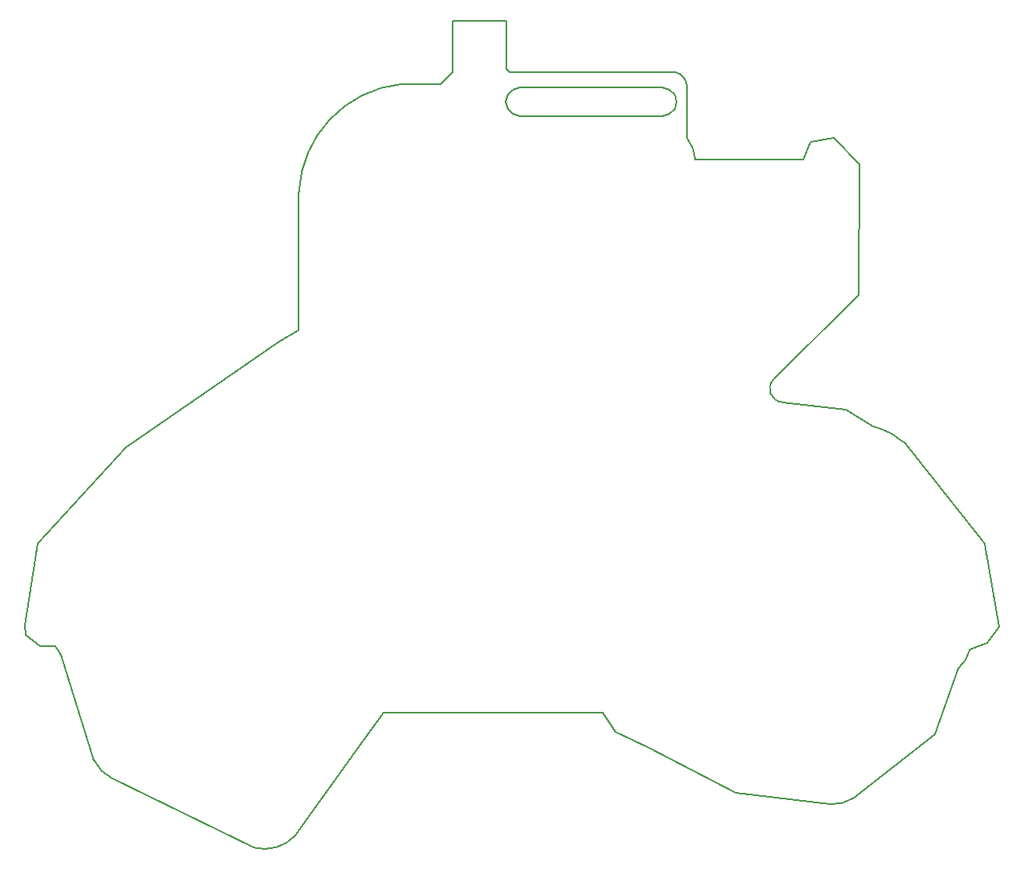
<source format=gbr>
%TF.GenerationSoftware,Novarm,DipTrace,3.0.0.2*%
%TF.CreationDate,2017-10-23T18:09:55+01:00*%
%FSLAX35Y35*%
%MOMM*%
%TF.FileFunction,Profile*%
%TF.Part,Single*%
%ADD11C,0.14*%
G75*
G01*
%LPD*%
X7583500Y2063272D2*
D11*
X7232687Y2238739D1*
X7094193Y2443179D1*
X4782693D1*
X4513500Y2063272D1*
X3853500Y1143272D1*
G02X3413000Y1013929I-329375J306971D01*
G01*
X1920750Y1744179D1*
G02X1730250Y1934679I174625J365125D01*
G01*
X1381000Y3045929D1*
X1317500Y3141179D1*
X1158750D1*
X1003500Y3263272D1*
X1000000Y3363429D1*
X1133500Y4223272D1*
X2067500Y5245272D1*
X3682500Y6359272D1*
X3889250Y6474929D1*
Y6760679D1*
Y6982929D1*
Y7205179D1*
Y7935429D1*
G02X4968750Y9078429I1204402J-56227D01*
G01*
X5381500D1*
X5508500Y9205429D1*
Y9745179D1*
X6080000D1*
Y9237179D1*
X6111750Y9205429D1*
X7858000D1*
G02X7985000Y9046679I-38554J-161018D01*
G01*
Y8824429D1*
Y8506929D1*
G02X8071263Y8285199I-327187J-254936D01*
G01*
X9064500Y8284679D1*
X9212610Y8284519D1*
X9287060Y8468959D1*
X9532417Y8512952D1*
X9806783Y8231149D1*
X9799213Y6849976D1*
X8895470Y5958756D1*
G03X8994807Y5717106I104888J-98125D01*
G01*
X9663500Y5643272D1*
X9943500Y5463272D1*
X10033500Y5433272D1*
X10143500Y5383272D1*
X10203500Y5343272D1*
X10283500Y5283272D1*
X11123500Y4223272D1*
X11273500Y3343272D1*
X11153500Y3173272D1*
X10969500Y3109429D1*
G02X10843500Y2903272I-394970J99817D01*
G01*
X10603500Y2213272D1*
X9733500Y1533272D1*
G02X9493500Y1473272I-213125J342500D01*
G01*
X8503500Y1593272D1*
X7583500Y2063272D1*
X7723633Y9039922D2*
X6223633D1*
X6148633Y9019826D1*
X6093730Y8964919D1*
X6073633Y8889919D1*
X6093730Y8814919D1*
X6148637Y8760016D1*
X6223637Y8739919D1*
X7723633Y8739922D1*
X7798633Y8760019D1*
X7853537Y8814919D1*
X7873633Y8889919D1*
X7853537Y8964919D1*
X7798637Y9019822D1*
X7723637Y9039919D1*
M02*

</source>
